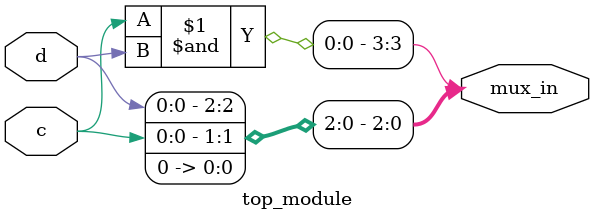
<source format=sv>
module top_module (
    input c,
    input d,
    output [3:0] mux_in
);

assign mux_in[0] = 1'b0;
assign mux_in[1] = c;
assign mux_in[2] = d;
assign mux_in[3] = c & d;

endmodule

</source>
